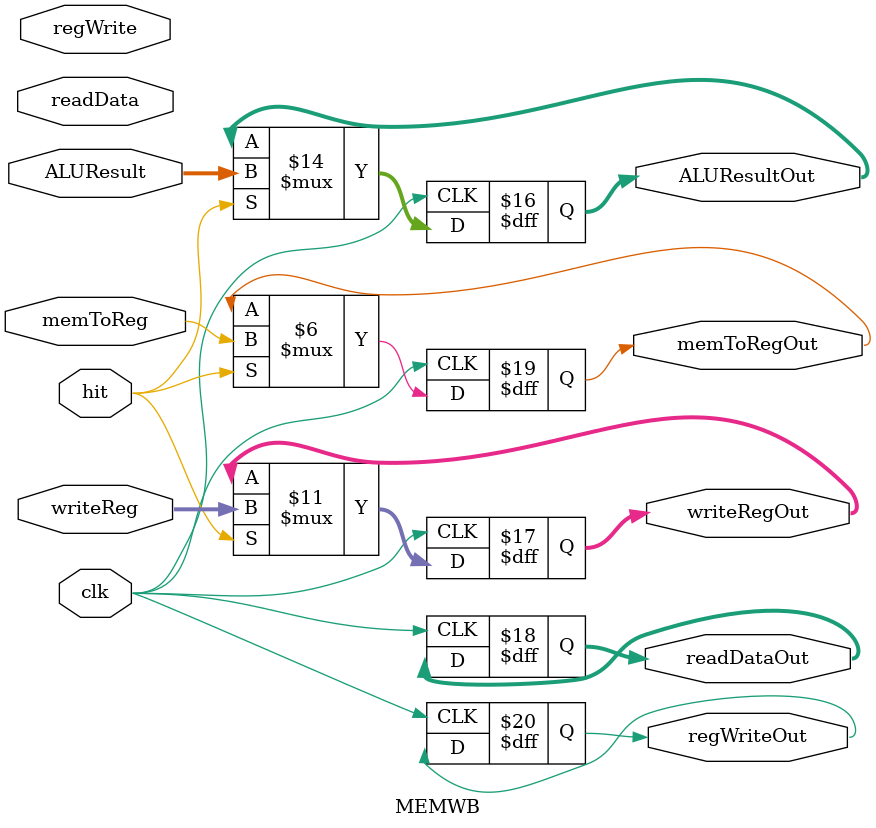
<source format=v>
`timescale 1ns / 1ps
module MEMWB(
  input clk,
  input hit,
  input [31:0] ALUResult,
  input [4:0] writeReg,
  input [31:0] readData,
  input memToReg,
  input regWrite,
  output reg [31:0] ALUResultOut,
  output reg [4:0] writeRegOut,
  output reg [31:0] readDataOut,
  output reg memToRegOut,
  output reg regWriteOut
    );
   
   always@(negedge clk)
   begin
   if(hit==1)
		begin
		 ALUResultOut=ALUResult;
		 writeRegOut=writeReg;
		 readDataOut=readDataOut;
		 memToRegOut=memToReg;
		 regWriteOut=regWriteOut;
		end
   end


endmodule

</source>
